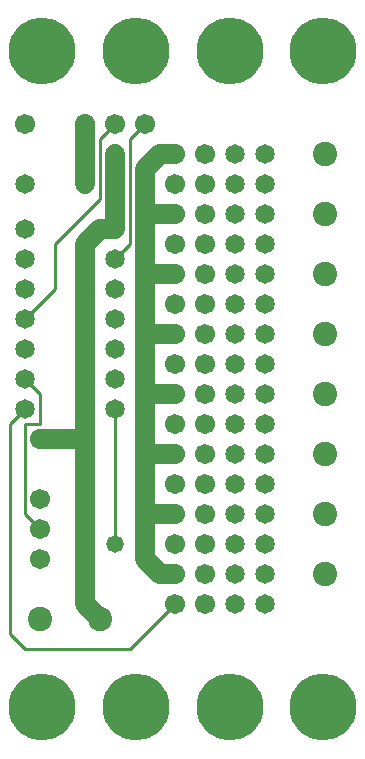
<source format=gtl>
%MOIN*%
%FSLAX25Y25*%
G04 D10 used for Character Trace; *
G04     Circle (OD=.01000) (No hole)*
G04 D11 used for Power Trace; *
G04     Circle (OD=.06700) (No hole)*
G04 D12 used for Signal Trace; *
G04     Circle (OD=.01100) (No hole)*
G04 D13 used for Via; *
G04     Circle (OD=.05800) (Round. Hole ID=.02800)*
G04 D14 used for Component hole; *
G04     Circle (OD=.06500) (Round. Hole ID=.03500)*
G04 D15 used for Component hole; *
G04     Circle (OD=.06700) (Round. Hole ID=.04300)*
G04 D16 used for Component hole; *
G04     Circle (OD=.08100) (Round. Hole ID=.05100)*
G04 D17 used for Component hole; *
G04     Circle (OD=.08900) (Round. Hole ID=.05900)*
G04 D18 used for Component hole; *
G04     Circle (OD=.11300) (Round. Hole ID=.08300)*
G04 D19 used for Component hole; *
G04     Circle (OD=.16000) (Round. Hole ID=.13000)*
G04 D20 used for Component hole; *
G04     Circle (OD=.18300) (Round. Hole ID=.15300)*
G04 D21 used for Component hole; *
G04     Circle (OD=.22291) (Round. Hole ID=.19291)*
%ADD10C,.01000*%
%ADD11C,.06700*%
%ADD12C,.01100*%
%ADD13C,.05800*%
%ADD14C,.06500*%
%ADD15C,.06700*%
%ADD16C,.08100*%
%ADD17C,.08900*%
%ADD18C,.11300*%
%ADD19C,.16000*%
%ADD20C,.18300*%
%ADD21C,.22291*%
%IPPOS*%
%LPD*%
G90*X0Y0D02*D21*X15625Y15625D03*D12*              
X10000Y35000D02*X45000D01*X60000Y50000D01*D15*D03*
X70000Y60000D03*Y50000D03*X60000Y60000D03*D11*    
X55000D01*X50000Y65000D01*Y80000D01*X60000D01*D15*
D03*X70000Y70000D03*Y90000D03*Y80000D03*          
X60000Y90000D03*D11*X50000Y80000D02*Y100000D01*   
X60000D01*D15*D03*X70000Y110000D03*Y100000D03*    
X60000Y110000D03*D11*X50000Y100000D02*Y120000D01* 
X60000D01*D15*D03*X70000Y130000D03*Y120000D03*    
X60000Y130000D03*D11*X50000Y120000D02*Y140000D01* 
X60000D01*D15*D03*X70000Y150000D03*Y140000D03*    
X60000Y150000D03*D11*X50000Y140000D02*Y160000D01* 
X60000D01*D15*D03*X70000Y170000D03*Y160000D03*    
X60000Y170000D03*D11*X50000Y160000D02*Y180000D01* 
X60000D01*D15*D03*X70000Y190000D03*Y180000D03*    
X60000Y190000D03*D11*X50000Y180000D02*Y195000D01* 
X55000Y200000D01*X60000D01*D15*D03*               
X50000Y210000D03*D12*X45000Y205000D01*Y170000D01* 
X40000Y165000D01*D14*D03*D11*X30000Y105000D02*    
Y170000D01*Y50000D02*Y105000D01*X35000Y45000D02*  
X30000Y50000D01*D16*X35000Y45000D03*D15*          
X15000Y65000D03*D16*Y45000D03*D12*X55000Y60000D02*
X60000D01*D15*Y70000D03*D14*X80000Y80000D03*      
Y50000D03*D13*X40000Y70000D03*D12*Y115000D01*D14* 
D03*D11*X15000Y105000D02*X30000D01*D15*X15000D03* 
D12*X10000Y80000D02*Y110000D01*X15000Y75000D02*   
X10000Y80000D01*D15*X15000Y75000D03*Y85000D03*D12*
X10000Y35000D02*X5000Y40000D01*Y110000D01*        
X10000Y115000D01*D14*D03*D12*Y110000D02*X15000D01*
Y120000D01*X10000Y125000D01*D14*D03*Y135000D03*   
Y145000D03*D12*X20000Y155000D01*Y170000D01*       
X35000Y185000D01*Y205000D01*X40000Y210000D01*D15* 
D03*X30000D03*D11*Y190000D01*D14*D03*D13*         
X40000Y200000D03*D11*Y175000D01*D14*D03*D11*      
X35000D01*X30000Y170000D01*D14*X40000Y155000D03*  
X10000Y190000D03*Y175000D03*Y165000D03*Y155000D03*
X40000Y145000D03*Y135000D03*D15*X10000Y210000D03* 
X70000Y200000D03*D14*X40000Y125000D03*            
X80000Y120000D03*Y130000D03*Y140000D03*Y150000D03*
Y160000D03*Y170000D03*Y180000D03*Y190000D03*      
Y200000D03*X90000Y110000D03*Y120000D03*Y130000D03*
Y140000D03*Y150000D03*Y160000D03*Y170000D03*      
Y180000D03*Y190000D03*Y200000D03*X80000Y110000D03*
D21*X78125Y234375D03*X46875D03*X15625D03*D14*     
X80000Y100000D03*X90000D03*D16*X110000D03*        
Y120000D03*Y140000D03*Y160000D03*Y180000D03*      
Y200000D03*D14*X80000Y90000D03*X90000D03*D21*     
X109375Y234375D03*D14*X90000Y80000D03*D16*        
X110000D03*D14*X80000Y70000D03*X90000D03*         
X80000Y60000D03*X90000D03*D16*X110000D03*D14*     
X90000Y50000D03*D21*X46875Y15625D03*X78125D03*    
X109375D03*M02*                                   

</source>
